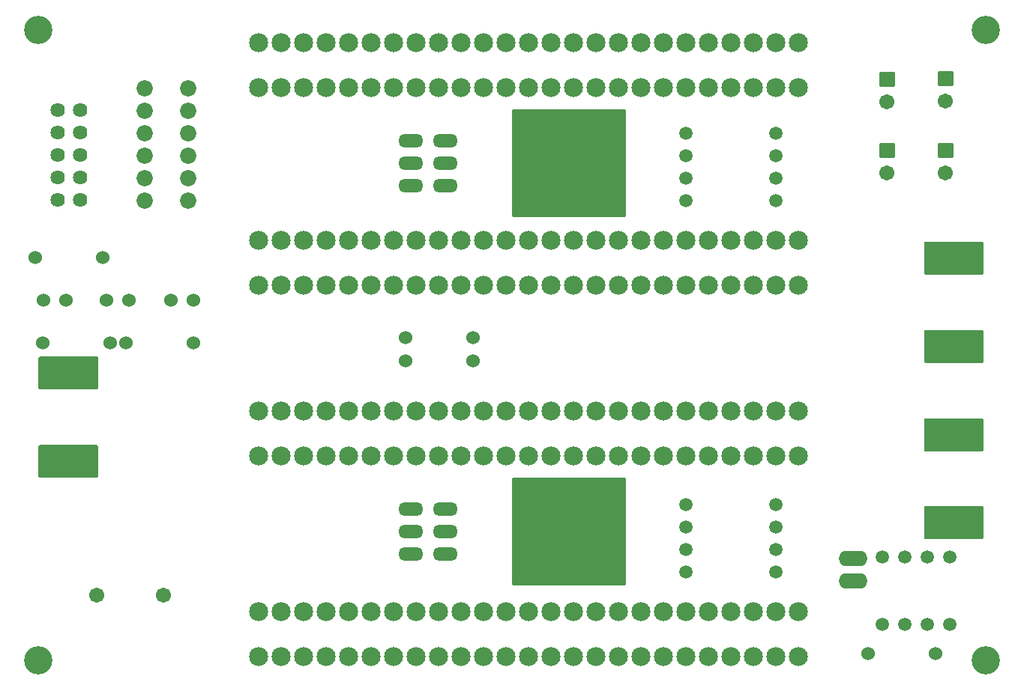
<source format=gbr>
%TF.GenerationSoftware,KiCad,Pcbnew,(5.1.10)-1*%
%TF.CreationDate,2022-07-08T17:57:12+09:00*%
%TF.ProjectId,PowerUnit-Bseries(ver1.0),506f7765-7255-46e6-9974-2d4273657269,rev?*%
%TF.SameCoordinates,Original*%
%TF.FileFunction,Soldermask,Top*%
%TF.FilePolarity,Negative*%
%FSLAX46Y46*%
G04 Gerber Fmt 4.6, Leading zero omitted, Abs format (unit mm)*
G04 Created by KiCad (PCBNEW (5.1.10)-1) date 2022-07-08 17:57:12*
%MOMM*%
%LPD*%
G01*
G04 APERTURE LIST*
%ADD10C,1.524000*%
%ADD11C,1.711200*%
%ADD12C,2.153200*%
%ADD13C,1.841500*%
%ADD14O,3.251200X1.727200*%
%ADD15C,1.511200*%
%ADD16C,1.625600*%
%ADD17O,2.819200X1.511200*%
%ADD18C,3.200000*%
G04 APERTURE END LIST*
D10*
%TO.C,R6*%
X188830000Y-139740000D03*
X196450000Y-139740000D03*
%TD*%
D11*
%TO.C,C1*%
X109224100Y-133105600D03*
X101724100Y-133105600D03*
%TD*%
%TO.C,CTRL1*%
G36*
G01*
X198354100Y-75539200D02*
X196846100Y-75539200D01*
G75*
G02*
X196744500Y-75437600I0J101600D01*
G01*
X196744500Y-73929600D01*
G75*
G02*
X196846100Y-73828000I101600J0D01*
G01*
X198354100Y-73828000D01*
G75*
G02*
X198455700Y-73929600I0J-101600D01*
G01*
X198455700Y-75437600D01*
G75*
G02*
X198354100Y-75539200I-101600J0D01*
G01*
G37*
X197600100Y-77223600D03*
%TD*%
%TO.C,CTRL2*%
G36*
G01*
X198354100Y-83717200D02*
X196846100Y-83717200D01*
G75*
G02*
X196744500Y-83615600I0J101600D01*
G01*
X196744500Y-82107600D01*
G75*
G02*
X196846100Y-82006000I101600J0D01*
G01*
X198354100Y-82006000D01*
G75*
G02*
X198455700Y-82107600I0J-101600D01*
G01*
X198455700Y-83615600D01*
G75*
G02*
X198354100Y-83717200I-101600J0D01*
G01*
G37*
X197600100Y-85401600D03*
%TD*%
D12*
%TO.C,EDGE1*%
X180941100Y-140043600D03*
X178401100Y-140043600D03*
X175861100Y-140043600D03*
X173321100Y-140043600D03*
X170781100Y-140043600D03*
X168241100Y-140043600D03*
X165701100Y-140043600D03*
X163161100Y-140043600D03*
X160621100Y-140043600D03*
X158081100Y-140043600D03*
X155541100Y-140043600D03*
X153001100Y-140043600D03*
X150461100Y-140043600D03*
X147921100Y-140043600D03*
X145381100Y-140043600D03*
X142841100Y-140043600D03*
X140301100Y-140043600D03*
X137761100Y-140043600D03*
X135221100Y-140043600D03*
X132681100Y-140043600D03*
X130141100Y-140043600D03*
X127601100Y-140043600D03*
X125061100Y-140043600D03*
X122521100Y-140043600D03*
X119981100Y-140043600D03*
X119981100Y-134963600D03*
X122521100Y-134963600D03*
X125061100Y-134963600D03*
X127601100Y-134963600D03*
X130141100Y-134963600D03*
X132681100Y-134963600D03*
X135221100Y-134963600D03*
X137761100Y-134963600D03*
X140301100Y-134963600D03*
X142841100Y-134963600D03*
X145381100Y-134963600D03*
X147921100Y-134963600D03*
X150461100Y-134963600D03*
X153001100Y-134963600D03*
X155541100Y-134963600D03*
X158081100Y-134963600D03*
X160621100Y-134963600D03*
X163161100Y-134963600D03*
X165701100Y-134963600D03*
X168241100Y-134963600D03*
X170781100Y-134963600D03*
X173321100Y-134963600D03*
X175861100Y-134963600D03*
X178401100Y-134963600D03*
X180941100Y-134963600D03*
%TD*%
%TO.C,EDGE2*%
X180941100Y-117343600D03*
X178401100Y-117343600D03*
X175861100Y-117343600D03*
X173321100Y-117343600D03*
X170781100Y-117343600D03*
X168241100Y-117343600D03*
X165701100Y-117343600D03*
X163161100Y-117343600D03*
X160621100Y-117343600D03*
X158081100Y-117343600D03*
X155541100Y-117343600D03*
X153001100Y-117343600D03*
X150461100Y-117343600D03*
X147921100Y-117343600D03*
X145381100Y-117343600D03*
X142841100Y-117343600D03*
X140301100Y-117343600D03*
X137761100Y-117343600D03*
X135221100Y-117343600D03*
X132681100Y-117343600D03*
X130141100Y-117343600D03*
X127601100Y-117343600D03*
X125061100Y-117343600D03*
X122521100Y-117343600D03*
X119981100Y-117343600D03*
X119981100Y-112263600D03*
X122521100Y-112263600D03*
X125061100Y-112263600D03*
X127601100Y-112263600D03*
X130141100Y-112263600D03*
X132681100Y-112263600D03*
X135221100Y-112263600D03*
X137761100Y-112263600D03*
X140301100Y-112263600D03*
X142841100Y-112263600D03*
X145381100Y-112263600D03*
X147921100Y-112263600D03*
X150461100Y-112263600D03*
X153001100Y-112263600D03*
X155541100Y-112263600D03*
X158081100Y-112263600D03*
X160621100Y-112263600D03*
X163161100Y-112263600D03*
X165701100Y-112263600D03*
X168241100Y-112263600D03*
X170781100Y-112263600D03*
X173321100Y-112263600D03*
X175861100Y-112263600D03*
X178401100Y-112263600D03*
X180941100Y-112263600D03*
%TD*%
%TO.C,EDGE3*%
X180941100Y-98043600D03*
X178401100Y-98043600D03*
X175861100Y-98043600D03*
X173321100Y-98043600D03*
X170781100Y-98043600D03*
X168241100Y-98043600D03*
X165701100Y-98043600D03*
X163161100Y-98043600D03*
X160621100Y-98043600D03*
X158081100Y-98043600D03*
X155541100Y-98043600D03*
X153001100Y-98043600D03*
X150461100Y-98043600D03*
X147921100Y-98043600D03*
X145381100Y-98043600D03*
X142841100Y-98043600D03*
X140301100Y-98043600D03*
X137761100Y-98043600D03*
X135221100Y-98043600D03*
X132681100Y-98043600D03*
X130141100Y-98043600D03*
X127601100Y-98043600D03*
X125061100Y-98043600D03*
X122521100Y-98043600D03*
X119981100Y-98043600D03*
X119981100Y-92963600D03*
X122521100Y-92963600D03*
X125061100Y-92963600D03*
X127601100Y-92963600D03*
X130141100Y-92963600D03*
X132681100Y-92963600D03*
X135221100Y-92963600D03*
X137761100Y-92963600D03*
X140301100Y-92963600D03*
X142841100Y-92963600D03*
X145381100Y-92963600D03*
X147921100Y-92963600D03*
X150461100Y-92963600D03*
X153001100Y-92963600D03*
X155541100Y-92963600D03*
X158081100Y-92963600D03*
X160621100Y-92963600D03*
X163161100Y-92963600D03*
X165701100Y-92963600D03*
X168241100Y-92963600D03*
X170781100Y-92963600D03*
X173321100Y-92963600D03*
X175861100Y-92963600D03*
X178401100Y-92963600D03*
X180941100Y-92963600D03*
%TD*%
%TO.C,EDGE4*%
X180941100Y-75743600D03*
X178401100Y-75743600D03*
X175861100Y-75743600D03*
X173321100Y-75743600D03*
X170781100Y-75743600D03*
X168241100Y-75743600D03*
X165701100Y-75743600D03*
X163161100Y-75743600D03*
X160621100Y-75743600D03*
X158081100Y-75743600D03*
X155541100Y-75743600D03*
X153001100Y-75743600D03*
X150461100Y-75743600D03*
X147921100Y-75743600D03*
X145381100Y-75743600D03*
X142841100Y-75743600D03*
X140301100Y-75743600D03*
X137761100Y-75743600D03*
X135221100Y-75743600D03*
X132681100Y-75743600D03*
X130141100Y-75743600D03*
X127601100Y-75743600D03*
X125061100Y-75743600D03*
X122521100Y-75743600D03*
X119981100Y-75743600D03*
X119981100Y-70663600D03*
X122521100Y-70663600D03*
X125061100Y-70663600D03*
X127601100Y-70663600D03*
X130141100Y-70663600D03*
X132681100Y-70663600D03*
X135221100Y-70663600D03*
X137761100Y-70663600D03*
X140301100Y-70663600D03*
X142841100Y-70663600D03*
X145381100Y-70663600D03*
X147921100Y-70663600D03*
X150461100Y-70663600D03*
X153001100Y-70663600D03*
X155541100Y-70663600D03*
X158081100Y-70663600D03*
X160621100Y-70663600D03*
X163161100Y-70663600D03*
X165701100Y-70663600D03*
X168241100Y-70663600D03*
X170781100Y-70663600D03*
X173321100Y-70663600D03*
X175861100Y-70663600D03*
X178401100Y-70663600D03*
X180941100Y-70663600D03*
%TD*%
D13*
%TO.C,EDGE5*%
X107178400Y-88533600D03*
X107178400Y-85993600D03*
X107178400Y-83453600D03*
X107178400Y-80913600D03*
X107178400Y-78373600D03*
X107178400Y-75833600D03*
X112029800Y-75833600D03*
X112029800Y-78373600D03*
X112029800Y-80913600D03*
X112029800Y-83453600D03*
X112029800Y-85993600D03*
X112029800Y-88533600D03*
%TD*%
%TO.C,IN+*%
G36*
G01*
X101852700Y-106253600D02*
X101852700Y-109753600D01*
G75*
G02*
X101751100Y-109855200I-101600J0D01*
G01*
X95251100Y-109855200D01*
G75*
G02*
X95149500Y-109753600I0J101600D01*
G01*
X95149500Y-106253600D01*
G75*
G02*
X95251100Y-106152000I101600J0D01*
G01*
X101751100Y-106152000D01*
G75*
G02*
X101852700Y-106253600I0J-101600D01*
G01*
G37*
%TD*%
D14*
%TO.C,JP1*%
X187148100Y-131548600D03*
X187148100Y-129008600D03*
%TD*%
D10*
%TO.C,LED1*%
X98285100Y-99729600D03*
X95745100Y-99729600D03*
%TD*%
%TO.C,LED2*%
X105331100Y-99729600D03*
X102791100Y-99729600D03*
%TD*%
%TO.C,LED3*%
X112631100Y-99729600D03*
X110091100Y-99729600D03*
%TD*%
%TO.C,OUT1+*%
G36*
G01*
X195149500Y-126653600D02*
X195149500Y-123153600D01*
G75*
G02*
X195251100Y-123052000I101600J0D01*
G01*
X201751100Y-123052000D01*
G75*
G02*
X201852700Y-123153600I0J-101600D01*
G01*
X201852700Y-126653600D01*
G75*
G02*
X201751100Y-126755200I-101600J0D01*
G01*
X195251100Y-126755200D01*
G75*
G02*
X195149500Y-126653600I0J101600D01*
G01*
G37*
%TD*%
%TO.C,OUT2+*%
G36*
G01*
X195149500Y-116753600D02*
X195149500Y-113253600D01*
G75*
G02*
X195251100Y-113152000I101600J0D01*
G01*
X201751100Y-113152000D01*
G75*
G02*
X201852700Y-113253600I0J-101600D01*
G01*
X201852700Y-116753600D01*
G75*
G02*
X201751100Y-116855200I-101600J0D01*
G01*
X195251100Y-116855200D01*
G75*
G02*
X195149500Y-116753600I0J101600D01*
G01*
G37*
%TD*%
%TO.C,OUT3+*%
G36*
G01*
X195149500Y-106753600D02*
X195149500Y-103253600D01*
G75*
G02*
X195251100Y-103152000I101600J0D01*
G01*
X201751100Y-103152000D01*
G75*
G02*
X201852700Y-103253600I0J-101600D01*
G01*
X201852700Y-106753600D01*
G75*
G02*
X201751100Y-106855200I-101600J0D01*
G01*
X195251100Y-106855200D01*
G75*
G02*
X195149500Y-106753600I0J101600D01*
G01*
G37*
%TD*%
%TO.C,OUT4+*%
G36*
G01*
X195149500Y-96753600D02*
X195149500Y-93253600D01*
G75*
G02*
X195251100Y-93152000I101600J0D01*
G01*
X201751100Y-93152000D01*
G75*
G02*
X201852700Y-93253600I0J-101600D01*
G01*
X201852700Y-96753600D01*
G75*
G02*
X201751100Y-96855200I-101600J0D01*
G01*
X195251100Y-96855200D01*
G75*
G02*
X195149500Y-96753600I0J101600D01*
G01*
G37*
%TD*%
D15*
%TO.C,P-1*%
X178393100Y-130503600D03*
X168233100Y-130503600D03*
%TD*%
%TO.C,P-2*%
X178393100Y-127963600D03*
X168233100Y-127963600D03*
%TD*%
%TO.C,P-3*%
X178393100Y-125423600D03*
X168233100Y-125423600D03*
%TD*%
%TO.C,P-4*%
X178393100Y-122883600D03*
X168233100Y-122883600D03*
%TD*%
%TO.C,P-5*%
X168290100Y-88503600D03*
X178450100Y-88503600D03*
%TD*%
%TO.C,P-6*%
X168290100Y-85963600D03*
X178450100Y-85963600D03*
%TD*%
%TO.C,P-7*%
X168290100Y-83423600D03*
X178450100Y-83423600D03*
%TD*%
%TO.C,P-8*%
X168290100Y-80883600D03*
X178450100Y-80883600D03*
%TD*%
D10*
%TO.C,R1*%
X102425100Y-94915600D03*
X94805100Y-94915600D03*
%TD*%
%TO.C,R2*%
X103274100Y-104633600D03*
X95654100Y-104633600D03*
%TD*%
%TO.C,R3*%
X136569100Y-104024600D03*
X144189100Y-104024600D03*
%TD*%
%TO.C,R4*%
X144189100Y-106601600D03*
X136569100Y-106601600D03*
%TD*%
%TO.C,R5*%
X104985100Y-104633600D03*
X112605100Y-104633600D03*
%TD*%
D16*
%TO.C,SV1*%
X99853100Y-88390600D03*
X97313100Y-88390600D03*
X99853100Y-85850600D03*
X97313100Y-85850600D03*
X99853100Y-83310600D03*
X97313100Y-83310600D03*
X99853100Y-80770600D03*
X97313100Y-80770600D03*
X99853100Y-78230600D03*
X97313100Y-78230600D03*
%TD*%
D11*
%TO.C,SWITCH*%
X190997100Y-77350600D03*
G36*
G01*
X191751100Y-75666200D02*
X190243100Y-75666200D01*
G75*
G02*
X190141500Y-75564600I0J101600D01*
G01*
X190141500Y-74056600D01*
G75*
G02*
X190243100Y-73955000I101600J0D01*
G01*
X191751100Y-73955000D01*
G75*
G02*
X191852700Y-74056600I0J-101600D01*
G01*
X191852700Y-75564600D01*
G75*
G02*
X191751100Y-75666200I-101600J0D01*
G01*
G37*
%TD*%
%TO.C,THRU+*%
G36*
G01*
X101852700Y-116253600D02*
X101852700Y-119753600D01*
G75*
G02*
X101751100Y-119855200I-101600J0D01*
G01*
X95251100Y-119855200D01*
G75*
G02*
X95149500Y-119753600I0J101600D01*
G01*
X95149500Y-116253600D01*
G75*
G02*
X95251100Y-116152000I101600J0D01*
G01*
X101751100Y-116152000D01*
G75*
G02*
X101852700Y-116253600I0J-101600D01*
G01*
G37*
%TD*%
%TO.C,THRU*%
X190997100Y-85401600D03*
G36*
G01*
X191751100Y-83717200D02*
X190243100Y-83717200D01*
G75*
G02*
X190141500Y-83615600I0J101600D01*
G01*
X190141500Y-82107600D01*
G75*
G02*
X190243100Y-82006000I101600J0D01*
G01*
X191751100Y-82006000D01*
G75*
G02*
X191852700Y-82107600I0J-101600D01*
G01*
X191852700Y-83615600D01*
G75*
G02*
X191751100Y-83717200I-101600J0D01*
G01*
G37*
%TD*%
D15*
%TO.C,TLP1*%
X190449100Y-136391600D03*
X192989100Y-136391600D03*
X195529100Y-136391600D03*
X198069100Y-136391600D03*
X198069100Y-128771600D03*
X195529100Y-128771600D03*
X192989100Y-128771600D03*
X190449100Y-128771600D03*
%TD*%
D17*
%TO.C,IRLB3813*%
X137231100Y-125933600D03*
X137231100Y-123393600D03*
X137231100Y-128473600D03*
%TD*%
%TO.C,IRLB3813*%
X141071100Y-125933600D03*
X141071100Y-123393600D03*
X141071100Y-128473600D03*
G36*
G01*
X148614900Y-131902601D02*
X148614900Y-119964599D01*
G75*
G02*
X148716499Y-119863000I101599J0D01*
G01*
X161416501Y-119863000D01*
G75*
G02*
X161518100Y-119964599I0J-101599D01*
G01*
X161518100Y-131902601D01*
G75*
G02*
X161416501Y-132004200I-101599J0D01*
G01*
X148716499Y-132004200D01*
G75*
G02*
X148614900Y-131902601I0J101599D01*
G01*
G37*
%TD*%
%TO.C,IRLB3813*%
X141071100Y-84266600D03*
X141071100Y-81726600D03*
X141071100Y-86806600D03*
G36*
G01*
X148614900Y-90235601D02*
X148614900Y-78297599D01*
G75*
G02*
X148716499Y-78196000I101599J0D01*
G01*
X161416501Y-78196000D01*
G75*
G02*
X161518100Y-78297599I0J-101599D01*
G01*
X161518100Y-90235601D01*
G75*
G02*
X161416501Y-90337200I-101599J0D01*
G01*
X148716499Y-90337200D01*
G75*
G02*
X148614900Y-90235601I0J101599D01*
G01*
G37*
%TD*%
%TO.C,IRLB3813*%
X137231100Y-84266600D03*
X137231100Y-81726600D03*
X137231100Y-86806600D03*
%TD*%
D18*
%TO.C,H1*%
X95151100Y-140503600D03*
%TD*%
%TO.C,H2*%
X95151100Y-69233600D03*
%TD*%
%TO.C,H3*%
X202151100Y-140503600D03*
%TD*%
%TO.C,H4*%
X202151100Y-69233600D03*
%TD*%
M02*

</source>
